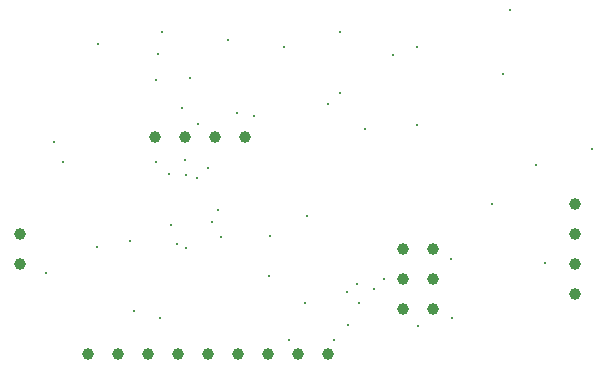
<source format=gbr>
%TF.GenerationSoftware,KiCad,Pcbnew,9.0.2*%
%TF.CreationDate,2025-08-31T01:54:50-04:00*%
%TF.ProjectId,MCU_Datalogger,4d43555f-4461-4746-916c-6f676765722e,1*%
%TF.SameCoordinates,Original*%
%TF.FileFunction,Plated,1,2,PTH,Drill*%
%TF.FilePolarity,Positive*%
%FSLAX46Y46*%
G04 Gerber Fmt 4.6, Leading zero omitted, Abs format (unit mm)*
G04 Created by KiCad (PCBNEW 9.0.2) date 2025-08-31 01:54:50*
%MOMM*%
%LPD*%
G01*
G04 APERTURE LIST*
%TA.AperFunction,ViaDrill*%
%ADD10C,0.300000*%
%TD*%
%TA.AperFunction,ComponentDrill*%
%ADD11C,1.000000*%
%TD*%
G04 APERTURE END LIST*
D10*
X96150000Y-128350000D03*
X96798999Y-117247978D03*
X97600000Y-119000000D03*
X100450000Y-126200000D03*
X100584000Y-108966000D03*
X103250000Y-125700000D03*
X103600000Y-131550000D03*
X105493235Y-112056765D03*
X105493735Y-118955735D03*
X105650000Y-109800000D03*
X105820000Y-132150000D03*
X105950000Y-107950000D03*
X106550000Y-120000000D03*
X106750000Y-124350000D03*
X107200000Y-125930000D03*
X107650000Y-114433500D03*
X107950000Y-118780000D03*
X108000000Y-120050000D03*
X108000000Y-126250000D03*
X108350000Y-111900000D03*
X108954391Y-120345609D03*
X109000000Y-115750000D03*
X109827921Y-119522079D03*
X110225000Y-124050000D03*
X110700000Y-123075000D03*
X110950000Y-125300000D03*
X111550000Y-108620000D03*
X112350000Y-114800000D03*
X113800000Y-115050000D03*
X115050000Y-128600000D03*
X115100000Y-125200000D03*
X116275000Y-109216000D03*
X116725000Y-134050000D03*
X118110000Y-130950000D03*
X118250000Y-123550000D03*
X120000000Y-114100000D03*
X120550000Y-134025000D03*
X121050000Y-107985000D03*
X121050000Y-113100000D03*
X121625000Y-129975000D03*
X121750000Y-132750000D03*
X122500000Y-129300000D03*
X122625000Y-130950000D03*
X123190000Y-116150000D03*
X123950000Y-129694000D03*
X124745000Y-128905000D03*
X125500000Y-109950000D03*
X127525000Y-109250000D03*
X127600000Y-115800000D03*
X127650000Y-132900000D03*
X130450000Y-127154000D03*
X130500000Y-132150000D03*
X133900000Y-122550000D03*
X134850000Y-111550000D03*
X135450000Y-106100000D03*
X137650000Y-119250000D03*
X138425000Y-127500000D03*
X142350000Y-117900000D03*
D11*
%TO.C,BT1*%
X93980000Y-125095000D03*
X93980000Y-127635000D03*
%TO.C,J3*%
X99695000Y-135255000D03*
X102235000Y-135255000D03*
X104775000Y-135255000D03*
%TO.C,J2*%
X105410000Y-116840000D03*
%TO.C,J3*%
X107315000Y-135255000D03*
%TO.C,J2*%
X107950000Y-116840000D03*
%TO.C,J3*%
X109855000Y-135255000D03*
%TO.C,J2*%
X110490000Y-116840000D03*
%TO.C,J3*%
X112395000Y-135255000D03*
%TO.C,J2*%
X113030000Y-116840000D03*
%TO.C,J3*%
X114935000Y-135255000D03*
X117475000Y-135255000D03*
X120015000Y-135255000D03*
%TO.C,J4*%
X126360000Y-126365000D03*
X126360000Y-128905000D03*
X126360000Y-131445000D03*
X128900000Y-126365000D03*
X128900000Y-128905000D03*
X128900000Y-131445000D03*
%TO.C,J1*%
X140970000Y-122555000D03*
X140970000Y-125095000D03*
X140970000Y-127635000D03*
X140970000Y-130175000D03*
M02*

</source>
